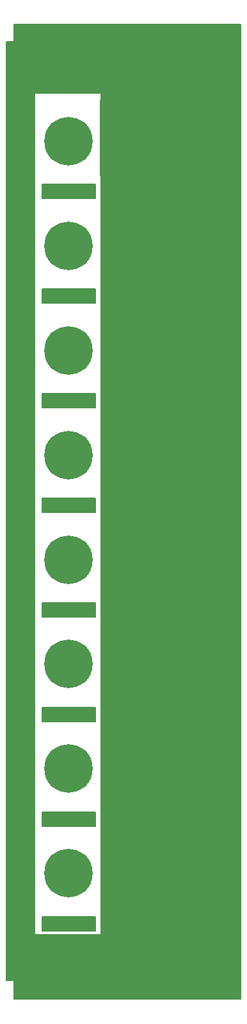
<source format=gbr>
%TF.GenerationSoftware,KiCad,Pcbnew,8.0.7*%
%TF.CreationDate,2025-01-05T13:11:30+01:00*%
%TF.ProjectId,tiliqua-panel,74696c69-7175-4612-9d70-616e656c2e6b,rev?*%
%TF.SameCoordinates,Original*%
%TF.FileFunction,Soldermask,Bot*%
%TF.FilePolarity,Negative*%
%FSLAX46Y46*%
G04 Gerber Fmt 4.6, Leading zero omitted, Abs format (unit mm)*
G04 Created by KiCad (PCBNEW 8.0.7) date 2025-01-05 13:11:30*
%MOMM*%
%LPD*%
G01*
G04 APERTURE LIST*
%ADD10C,0.150000*%
%ADD11C,0.200000*%
%ADD12C,6.400000*%
%ADD13O,7.500000X4.400000*%
%ADD14C,7.400000*%
G04 APERTURE END LIST*
D10*
X13341495Y-20444501D02*
X19541495Y-20444501D01*
X19541495Y-24544501D01*
X13341495Y-24544501D01*
X13341495Y-20444501D01*
G36*
X13341495Y-20444501D02*
G01*
X19541495Y-20444501D01*
X19541495Y-24544501D01*
X13341495Y-24544501D01*
X13341495Y-20444501D01*
G37*
D11*
X750800Y-62444300D02*
X7750800Y-62444300D01*
X7750800Y-64323900D01*
X750800Y-64323900D01*
X750800Y-62444300D01*
G36*
X750800Y-62444300D02*
G01*
X7750800Y-62444300D01*
X7750800Y-64323900D01*
X750800Y-64323900D01*
X750800Y-62444300D01*
G37*
X750800Y-103820900D02*
X7750800Y-103820900D01*
X7750800Y-105700500D01*
X750800Y-105700500D01*
X750800Y-103820900D01*
G36*
X750800Y-103820900D02*
G01*
X7750800Y-103820900D01*
X7750800Y-105700500D01*
X750800Y-105700500D01*
X750800Y-103820900D01*
G37*
D10*
X8550000Y-4750000D02*
X27000000Y-4750000D01*
X27000000Y-128500000D01*
X8550000Y-128500000D01*
X8550000Y-4750000D01*
G36*
X8550000Y-4750000D02*
G01*
X27000000Y-4750000D01*
X27000000Y-128500000D01*
X8550000Y-128500000D01*
X8550000Y-4750000D01*
G37*
D11*
X750800Y-117613100D02*
X7750800Y-117613100D01*
X7750800Y-119492700D01*
X750800Y-119492700D01*
X750800Y-117613100D01*
G36*
X750800Y-117613100D02*
G01*
X7750800Y-117613100D01*
X7750800Y-119492700D01*
X750800Y-119492700D01*
X750800Y-117613100D01*
G37*
X750800Y-34859900D02*
X7750800Y-34859900D01*
X7750800Y-36739500D01*
X750800Y-36739500D01*
X750800Y-34859900D01*
G36*
X750800Y-34859900D02*
G01*
X7750800Y-34859900D01*
X7750800Y-36739500D01*
X750800Y-36739500D01*
X750800Y-34859900D01*
G37*
X750800Y-21067700D02*
X7750800Y-21067700D01*
X7750800Y-22947300D01*
X750800Y-22947300D01*
X750800Y-21067700D01*
G36*
X750800Y-21067700D02*
G01*
X7750800Y-21067700D01*
X7750800Y-22947300D01*
X750800Y-22947300D01*
X750800Y-21067700D01*
G37*
X750800Y-48652100D02*
X7750800Y-48652100D01*
X7750800Y-50531700D01*
X750800Y-50531700D01*
X750800Y-48652100D01*
G36*
X750800Y-48652100D02*
G01*
X7750800Y-48652100D01*
X7750800Y-50531700D01*
X750800Y-50531700D01*
X750800Y-48652100D01*
G37*
D10*
X-3000000Y0D02*
X27000000Y0D01*
X27000000Y-9000000D01*
X-3000000Y-9000000D01*
X-3000000Y0D01*
G36*
X-3000000Y0D02*
G01*
X27000000Y0D01*
X27000000Y-9000000D01*
X-3000000Y-9000000D01*
X-3000000Y0D01*
G37*
X-3000000Y-120000000D02*
X27000000Y-120000000D01*
X27000000Y-128500000D01*
X-3000000Y-128500000D01*
X-3000000Y-120000000D01*
G36*
X-3000000Y-120000000D02*
G01*
X27000000Y-120000000D01*
X27000000Y-128500000D01*
X-3000000Y-128500000D01*
X-3000000Y-120000000D01*
G37*
D11*
X14000000Y-117560200D02*
X21000000Y-117560200D01*
X21000000Y-119439800D01*
X14000000Y-119439800D01*
X14000000Y-117560200D01*
G36*
X14000000Y-117560200D02*
G01*
X21000000Y-117560200D01*
X21000000Y-119439800D01*
X14000000Y-119439800D01*
X14000000Y-117560200D01*
G37*
D10*
X-4000000Y-2250000D02*
X-258800Y-2250000D01*
X-258800Y-126000000D01*
X-4000000Y-126000000D01*
X-4000000Y-2250000D01*
G36*
X-4000000Y-2250000D02*
G01*
X-258800Y-2250000D01*
X-258800Y-126000000D01*
X-4000000Y-126000000D01*
X-4000000Y-2250000D01*
G37*
D11*
X750800Y-76236500D02*
X7750800Y-76236500D01*
X7750800Y-78116100D01*
X750800Y-78116100D01*
X750800Y-76236500D01*
G36*
X750800Y-76236500D02*
G01*
X7750800Y-76236500D01*
X7750800Y-78116100D01*
X750800Y-78116100D01*
X750800Y-76236500D01*
G37*
D10*
X8450000Y-9950000D02*
X11650000Y-9950000D01*
X11650000Y-19950000D01*
X8450000Y-19950000D01*
X8450000Y-9950000D01*
G36*
X8450000Y-9950000D02*
G01*
X11650000Y-9950000D01*
X11650000Y-19950000D01*
X8450000Y-19950000D01*
X8450000Y-9950000D01*
G37*
D11*
X750800Y-90028700D02*
X7750800Y-90028700D01*
X7750800Y-91908300D01*
X750800Y-91908300D01*
X750800Y-90028700D01*
G36*
X750800Y-90028700D02*
G01*
X7750800Y-90028700D01*
X7750800Y-91908300D01*
X750800Y-91908300D01*
X750800Y-90028700D01*
G37*
D12*
%TO.C,REF\u002A\u002A*%
X4210000Y-111890000D03*
%TD*%
%TO.C,REF\u002A\u002A*%
X4200000Y-84330000D03*
%TD*%
%TO.C,REF\u002A\u002A*%
X4200000Y-70540000D03*
%TD*%
%TO.C,REF\u002A\u002A*%
X4200000Y-42960000D03*
%TD*%
D13*
%TO.C,E2*%
X19525000Y-3000000D03*
%TD*%
D12*
%TO.C,REF\u002A\u002A*%
X20400000Y-112074074D03*
%TD*%
%TO.C,REF\u002A\u002A*%
X4200000Y-98120000D03*
%TD*%
%TO.C,REF\u002A\u002A*%
X4190000Y-29190000D03*
%TD*%
D13*
%TO.C,E3*%
X4475000Y-125500000D03*
%TD*%
D12*
%TO.C,REF\u002A\u002A*%
X4200000Y-15391200D03*
%TD*%
%TO.C,REF\u002A\u002A*%
X4210000Y-56760000D03*
%TD*%
D14*
%TO.C,REF\u002A\u002A*%
X19800000Y-15400000D03*
%TD*%
D13*
%TO.C,E4*%
X19525000Y-125500000D03*
%TD*%
%TO.C,E1*%
X4525000Y-3000000D03*
%TD*%
M02*

</source>
